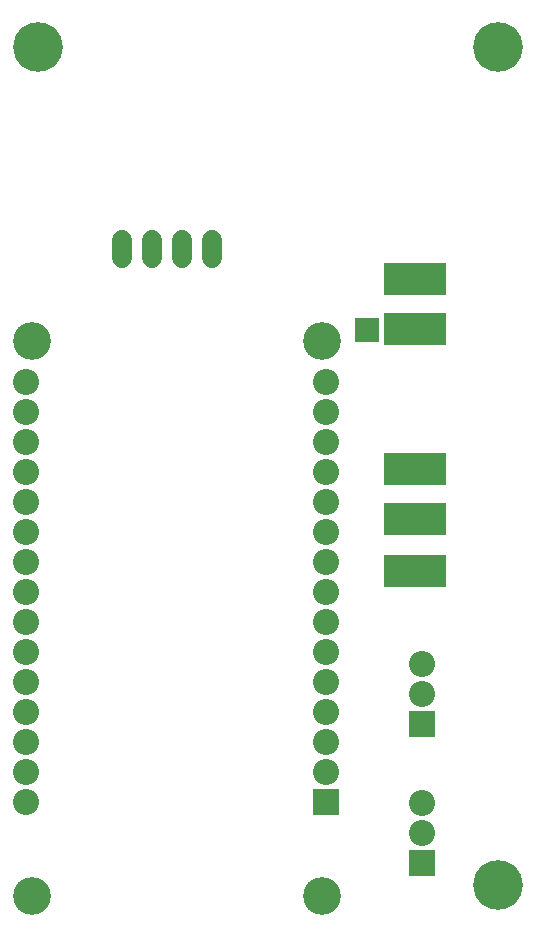
<source format=gbr>
G04 EAGLE Gerber RS-274X export*
G75*
%MOMM*%
%FSLAX34Y34*%
%LPD*%
%INSoldermask Top*%
%IPPOS*%
%AMOC8*
5,1,8,0,0,1.08239X$1,22.5*%
G01*
%ADD10C,4.203200*%
%ADD11C,2.203200*%
%ADD12R,2.203200X2.203200*%
%ADD13C,3.203200*%
%ADD14C,1.727200*%
%ADD15R,5.283200X2.743200*%
%ADD16R,2.108200X2.108200*%


D10*
X30000Y740000D03*
X420000Y740000D03*
X420000Y30000D03*
D11*
X355804Y191800D03*
D12*
X355804Y166400D03*
D11*
X355804Y217200D03*
X355804Y74800D03*
D12*
X355804Y49400D03*
D11*
X355804Y100200D03*
D12*
X274600Y100850D03*
D11*
X274600Y126250D03*
X274600Y151650D03*
X274600Y177050D03*
X274600Y202450D03*
X274600Y227850D03*
X274600Y253250D03*
X274600Y278650D03*
X274600Y304050D03*
X274600Y329450D03*
X274600Y354850D03*
X274600Y380250D03*
X274600Y405650D03*
X274600Y431050D03*
X274600Y456450D03*
X20600Y100850D03*
X20600Y126250D03*
X20600Y151650D03*
X20600Y177050D03*
X20600Y202450D03*
X20600Y227850D03*
X20600Y253250D03*
X20600Y278650D03*
X20600Y304050D03*
X20600Y329450D03*
X20600Y354850D03*
X20600Y380250D03*
X20600Y405650D03*
X20600Y431050D03*
X20600Y456450D03*
D13*
X270400Y490750D03*
X25300Y490750D03*
X25300Y21250D03*
X270400Y21250D03*
D14*
X101600Y561500D02*
X101600Y576740D01*
X127000Y576740D02*
X127000Y561500D01*
X152400Y561500D02*
X152400Y576740D01*
X177800Y576740D02*
X177800Y561500D01*
D15*
X349579Y543330D03*
X349579Y500960D03*
X349579Y382860D03*
X349579Y296510D03*
X349579Y340320D03*
D16*
X308939Y500380D03*
M02*

</source>
